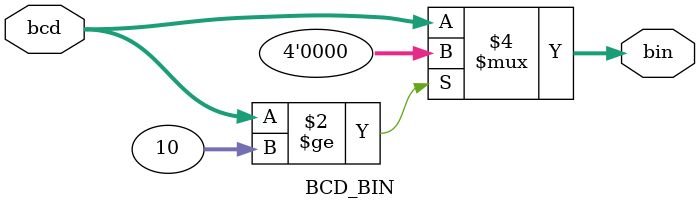
<source format=v>
`timescale 1ns / 1ps
module BCD_BIN(
	 input [3:0] bcd,
	 output reg [3:0] bin
    );
	 always @(*) 
	 begin
		if(bcd>=10) 
			bin=0;
		else
			bin=bcd;
	end

endmodule

</source>
